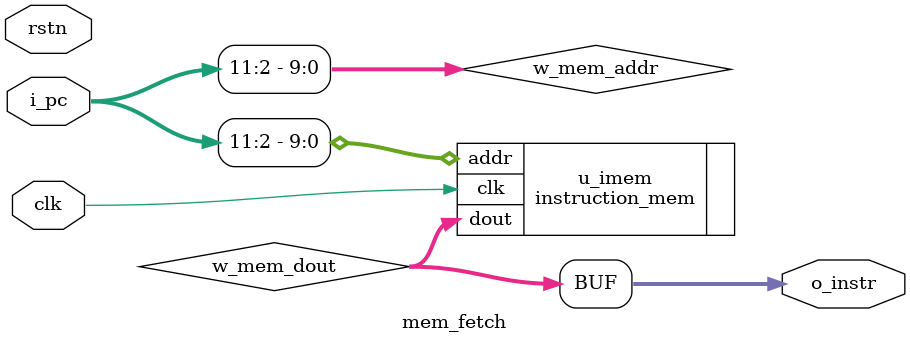
<source format=sv>
/* Creator: ZY (Jiyoon An) */

module mem_fetch (
    input clk,
    input rstn,
    input  [31:0] i_pc, // from PC reg
    output [31:0] o_instr
);

    wire [ 9:0] w_mem_addr = i_pc[11:2]; // 10-bit => 1024 Words(4-Byte)
    wire [31:0] w_mem_dout;

    // 1-Cycle delay
    instruction_mem u_imem (
        .clk (clk),
        .addr(w_mem_addr),
        .dout(w_mem_dout)
    );

    assign o_instr = w_mem_dout;

endmodule

</source>
